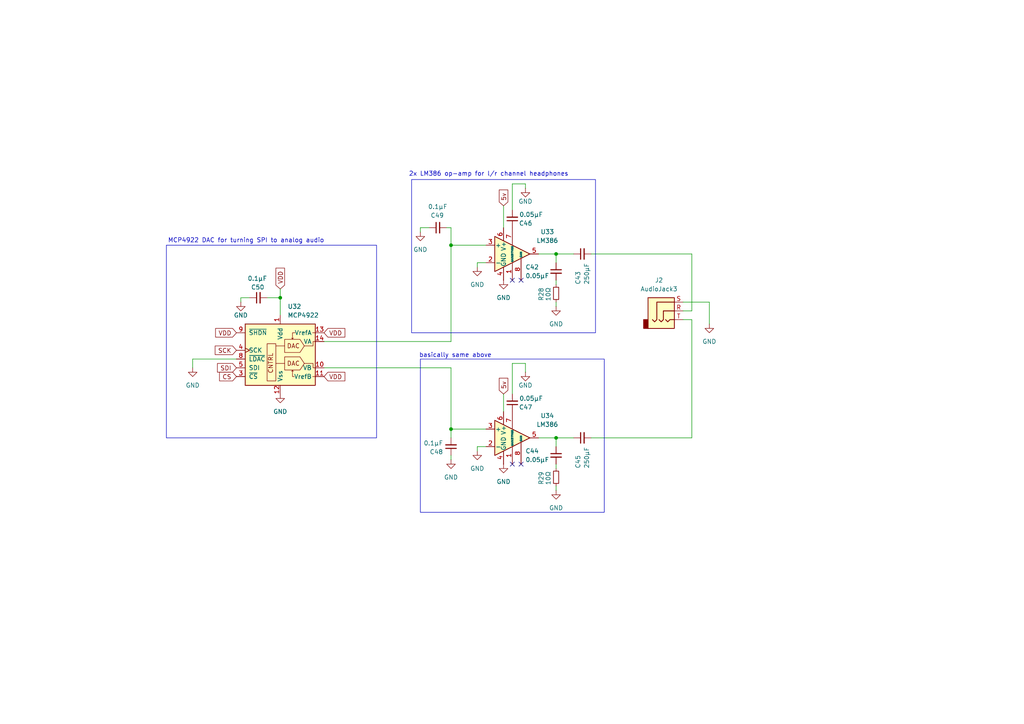
<source format=kicad_sch>
(kicad_sch (version 20250114) (generator "eeschema") (generator_version "9.0")
  (paper "A4")
  (lib_symbols
    (symbol "Amplifier_Audio:LM386" (pin_names (offset 0.127))
      (property "Reference" "U" (at 1.27 7.62 0))
      (property "Value" "LM386" (at 1.27 5.08 0))
      (symbol "LM386_0_1"
        (polyline (pts (xy 5.08 0) (xy -5.08 5.08) (xy -5.08 -5.08) (xy 5.08 0)) (stroke (width 0.254)) (fill (type background)))
      )
      (symbol "LM386_1_1"
        (pin input line (at -7.62 2.54 0) (length 2.54) (name "+") (number "3"))
        (pin input line (at -7.62 -2.54 0) (length 2.54) (name "-") (number "2"))
        (pin power_in line (at -2.54 7.62 270) (length 3.81) (name "V+") (number "6"))
        (pin power_in line (at -2.54 -7.62 90) (length 3.81) (name "GND") (number "4"))
        (pin input line (at 0 7.62 270) (length 5.08) (name "BYPASS") (number "7"))
        (pin input line (at 0 -7.62 90) (length 5.08) (name "GAIN") (number "1"))
        (pin input line (at 2.54 -7.62 90) (length 6.35) (name "GAIN") (number "8"))
        (pin output line (at 7.62 0 180) (length 2.54) (name "~") (number "5"))
      )
    )
    (symbol "Analog_DAC:MCP4922" (pin_names (offset 1.016))
      (property "Reference" "U" (at -1.905 10.795 0))
      (property "Value" "MCP4922" (at -1.905 8.89 0))
      (symbol "MCP4922_0_0"
        (polyline (pts (xy 3.556 3.302) (xy 3.302 3.556)))
        (polyline (pts (xy 3.556 3.302) (xy 3.81 3.556)))
        (polyline (pts (xy 3.556 -5.842) (xy 3.302 -6.096)))
        (polyline (pts (xy 3.556 -5.842) (xy 3.81 -6.096)))
        (polyline (pts (xy 4.064 -7.62) (xy 3.556 -7.62) (xy 3.556 -5.842)))
        (polyline (pts (xy 4.318 5.08) (xy 3.556 5.08) (xy 3.556 3.302)))
        (polyline (pts (xy 6.985 1.27) (xy 9.525 1.27) (xy 9.525 2.54) (xy 10.16 2.54)))
        (polyline (pts (xy 6.985 -3.81) (xy 9.525 -3.81) (xy 9.525 -5.08) (xy 10.16 -5.08)))
        (polyline (pts (xy 10.16 5.08) (xy 9.398 5.08)))
        (polyline (pts (xy 10.16 -7.62) (xy 9.398 -7.62)))
        (text "CNTRL" (at -2.032 -6.731 900) (effects (font (size 1.27 1.27)) (justify left bottom)))
        (text "DAC" (at 3.81 1.27 0) (effects (font (size 1.27 1.27))))
        (text "DAC" (at 3.81 -3.81 0) (effects (font (size 1.27 1.27))))
      )
      (symbol "MCP4922_0_1"
        (rectangle (start -10.16 7.62) (end 10.16 -10.16) (stroke (width 0.254)) (fill (type background)))
        (rectangle (start -1.27 -8.89) (end -3.81 1.905))
        (polyline (pts (xy 1.27 1.27) (xy -1.27 1.27)))
        (polyline (pts (xy 1.27 -3.81) (xy -1.27 -3.81)))
        (polyline (pts (xy 6.985 1.27) (xy 5.715 3.175) (xy 1.27 3.175) (xy 1.27 -0.635) (xy 5.715 -0.635) (xy 6.985 1.27)))
        (polyline (pts (xy 6.985 -3.81) (xy 5.715 -1.905) (xy 1.27 -1.905) (xy 1.27 -5.715) (xy 5.715 -5.715) (xy 6.985 -3.81)))
      )
      (symbol "MCP4922_1_1"
        (pin input line (at -12.7 5.08 0) (length 2.54) (name "~{SHDN}") (number "9"))
        (pin input clock (at -12.7 0 0) (length 2.54) (name "SCK") (number "4"))
        (pin input line (at -12.7 -2.54 0) (length 2.54) (name "~{LDAC}") (number "8"))
        (pin input line (at -12.7 -5.08 0) (length 2.54) (name "SDI") (number "5"))
        (pin input line (at -12.7 -7.62 0) (length 2.54) (name "~{CS}") (number "3"))
        (pin no_connect line (at -7.62 -10.16 90) (length 2.54) (hide yes) (name "NC") (number "2"))
        (pin no_connect line (at -5.08 -10.16 90) (length 2.54) (hide yes) (name "NC") (number "6"))
        (pin no_connect line (at -2.54 -10.16 90) (length 2.54) (hide yes) (name "NC") (number "7"))
        (pin power_in line (at 0 10.16 270) (length 2.54) (name "Vdd") (number "1"))
        (pin power_in line (at 0 -12.7 90) (length 2.54) (name "Vss") (number "12"))
        (pin input line (at 12.7 5.08 180) (length 2.54) (name "VrefA") (number "13"))
        (pin output line (at 12.7 2.54 180) (length 2.54) (name "VA") (number "14"))
        (pin output line (at 12.7 -5.08 180) (length 2.54) (name "VB") (number "10"))
        (pin input line (at 12.7 -7.62 180) (length 2.54) (name "VrefB") (number "11"))
      )
    )
    (symbol "Connector_Audio:AudioJack3"
      (property "Reference" "J" (at 0 8.89 0))
      (property "Value" "AudioJack3" (at 0 6.35 0))
      (symbol "AudioJack3_0_1"
        (rectangle (start -5.08 -5.08) (end -6.35 -2.54) (stroke (width 0.254)) (fill (type outline)))
        (polyline (pts (xy -1.905 -2.54) (xy -1.27 -3.175) (xy -0.635 -2.54) (xy -0.635 0) (xy 2.54 0)) (stroke (width 0.254)))
        (polyline (pts (xy 0 -2.54) (xy 0.635 -3.175) (xy 1.27 -2.54) (xy 2.54 -2.54)) (stroke (width 0.254)))
        (rectangle (start 2.54 3.81) (end -5.08 -5.08) (stroke (width 0.254)) (fill (type background)))
        (polyline (pts (xy 2.54 2.54) (xy -2.54 2.54) (xy -2.54 -2.54) (xy -3.175 -3.175) (xy -3.81 -2.54)) (stroke (width 0.254)))
      )
      (symbol "AudioJack3_1_1"
        (pin passive line (at 5.08 2.54 180) (length 2.54) (name "~") (number "S"))
        (pin passive line (at 5.08 0 180) (length 2.54) (name "~") (number "R"))
        (pin passive line (at 5.08 -2.54 180) (length 2.54) (name "~") (number "T"))
      )
    )
    (symbol "Device:C_Small" (pin_numbers (hide yes)) (pin_names (offset 0.254) (hide yes))
      (property "Reference" "C" (at 0.254 1.778 0))
      (property "Value" "C_Small" (at 0.254 -2.032 0))
      (symbol "C_Small_0_1"
        (polyline (pts (xy -1.524 0.508) (xy 1.524 0.508)) (stroke (width 0.3048)))
        (polyline (pts (xy -1.524 -0.508) (xy 1.524 -0.508)) (stroke (width 0.3302)))
      )
      (symbol "C_Small_1_1"
        (pin passive line (at 0 2.54 270) (length 2.032) (name "~") (number "1"))
        (pin passive line (at 0 -2.54 90) (length 2.032) (name "~") (number "2"))
      )
    )
    (symbol "Device:R_Small" (pin_numbers (hide yes)) (pin_names (offset 0.254) (hide yes))
      (property "Reference" "R" (at 0.762 0.508 0))
      (property "Value" "R_Small" (at 0.762 -1.016 0))
      (symbol "R_Small_0_1"
        (rectangle (start -0.762 1.778) (end 0.762 -1.778) (stroke (width 0.2032)))
      )
      (symbol "R_Small_1_1"
        (pin passive line (at 0 2.54 270) (length 0.762) (name "~") (number "1"))
        (pin passive line (at 0 -2.54 90) (length 0.762) (name "~") (number "2"))
      )
    )
    (symbol "power:GND" (power) (pin_numbers (hide yes)) (pin_names (offset 0) (hide yes))
      (property "Value" "GND" (at 0 -3.81 0))
      (symbol "GND_0_1"
        (polyline (pts (xy 0 0) (xy 0 -1.27) (xy 1.27 -1.27) (xy 0 -2.54) (xy -1.27 -1.27) (xy 0 -1.27)))
      )
      (symbol "GND_1_1"
        (pin power_in line (at 0 0 270) (length 0) (name "~") (number "1"))
      )
    )
  )
  (rectangle (start 119.38 52.07) (end 172.72 96.52))
  (rectangle (start 121.92 104.14) (end 175.26 148.59))
  (rectangle (start 48.26 71.12) (end 109.22 127))
  (text "2x LM386 op-amp for l/r channel headphones" (at 141.732 50.546 0) (effects (font (size 1.27 1.27))))
  (text "MCP4922 DAC for turning SPI to analog audio" (at 71.374 69.85 0) (effects (font (size 1.27 1.27))))
  (text "basically same above\n" (at 132.08 103.124 0) (effects (font (size 1.27 1.27))))
  (junction (at 130.81 124.46))
  (junction (at 130.81 71.12))
  (junction (at 81.28 86.36))
  (junction (at 161.29 73.66))
  (junction (at 161.29 127))
  (no_connect (at 151.13 81.28))
  (no_connect (at 148.59 134.62))
  (no_connect (at 148.59 81.28))
  (no_connect (at 151.13 134.62))
  (wire (pts (xy 146.05 114.3) (xy 146.05 119.38)))
  (wire (pts (xy 69.85 87.63) (xy 69.85 86.36)))
  (wire (pts (xy 161.29 73.66) (xy 161.29 76.2)))
  (wire (pts (xy 130.81 133.35) (xy 130.81 132.08)))
  (wire (pts (xy 148.59 60.96) (xy 148.59 53.34)))
  (wire (pts (xy 130.81 71.12) (xy 140.97 71.12)))
  (wire (pts (xy 130.81 106.68) (xy 130.81 124.46)))
  (wire (pts (xy 152.4 105.41) (xy 152.4 107.95)))
  (wire (pts (xy 129.54 66.04) (xy 130.81 66.04)))
  (wire (pts (xy 69.85 86.36) (xy 72.39 86.36)))
  (wire (pts (xy 148.59 53.34) (xy 152.4 53.34)))
  (wire (pts (xy 121.92 67.31) (xy 121.92 66.04)))
  (wire (pts (xy 200.66 73.66) (xy 200.66 90.17)))
  (wire (pts (xy 152.4 53.34) (xy 152.4 54.61)))
  (wire (pts (xy 81.28 86.36) (xy 81.28 91.44)))
  (wire (pts (xy 161.29 127) (xy 166.37 127)))
  (wire (pts (xy 198.12 87.63) (xy 205.74 87.63)))
  (wire (pts (xy 55.88 106.68) (xy 55.88 104.14)))
  (wire (pts (xy 138.43 77.47) (xy 138.43 76.2)))
  (wire (pts (xy 200.66 92.71) (xy 198.12 92.71)))
  (wire (pts (xy 161.29 142.24) (xy 161.29 140.97)))
  (wire (pts (xy 138.43 129.54) (xy 140.97 129.54)))
  (wire (pts (xy 146.05 59.69) (xy 146.05 66.04)))
  (wire (pts (xy 81.28 83.82) (xy 81.28 86.36)))
  (wire (pts (xy 130.81 124.46) (xy 130.81 127)))
  (wire (pts (xy 161.29 88.9) (xy 161.29 87.63)))
  (wire (pts (xy 55.88 104.14) (xy 68.58 104.14)))
  (wire (pts (xy 200.66 90.17) (xy 198.12 90.17)))
  (wire (pts (xy 161.29 134.62) (xy 161.29 135.89)))
  (wire (pts (xy 148.59 105.41) (xy 152.4 105.41)))
  (wire (pts (xy 148.59 114.3) (xy 148.59 105.41)))
  (wire (pts (xy 161.29 81.28) (xy 161.29 82.55)))
  (wire (pts (xy 171.45 73.66) (xy 200.66 73.66)))
  (wire (pts (xy 77.47 86.36) (xy 81.28 86.36)))
  (wire (pts (xy 93.98 106.68) (xy 130.81 106.68)))
  (wire (pts (xy 130.81 124.46) (xy 140.97 124.46)))
  (wire (pts (xy 93.98 99.06) (xy 130.81 99.06)))
  (wire (pts (xy 130.81 66.04) (xy 130.81 71.12)))
  (wire (pts (xy 171.45 127) (xy 200.66 127)))
  (wire (pts (xy 156.21 73.66) (xy 161.29 73.66)))
  (wire (pts (xy 156.21 127) (xy 161.29 127)))
  (wire (pts (xy 161.29 73.66) (xy 166.37 73.66)))
  (wire (pts (xy 130.81 71.12) (xy 130.81 99.06)))
  (wire (pts (xy 138.43 130.81) (xy 138.43 129.54)))
  (wire (pts (xy 121.92 66.04) (xy 124.46 66.04)))
  (wire (pts (xy 205.74 87.63) (xy 205.74 93.98)))
  (wire (pts (xy 161.29 127) (xy 161.29 129.54)))
  (wire (pts (xy 200.66 127) (xy 200.66 92.71)))
  (wire (pts (xy 138.43 76.2) (xy 140.97 76.2)))
  (global_label "SCK" (shape input) (at 68.58 101.6 180) (property "Intersheetrefs" "${INTERSHEET_REFS}" (effects (hide yes))))
  (global_label "VDD" (shape input) (at 81.28 83.82 90) (property "Intersheetrefs" "${INTERSHEET_REFS}" (effects (hide yes))))
  (global_label "5v" (shape input) (at 146.05 114.3 90) (property "Intersheetrefs" "${INTERSHEET_REFS}" (effects (hide yes))))
  (global_label "SDI" (shape input) (at 68.58 106.68 180) (property "Intersheetrefs" "${INTERSHEET_REFS}" (effects (hide yes))))
  (global_label "VDD" (shape input) (at 93.98 96.52 0) (property "Intersheetrefs" "${INTERSHEET_REFS}" (effects (hide yes))))
  (global_label "5v" (shape input) (at 146.05 59.69 90) (property "Intersheetrefs" "${INTERSHEET_REFS}" (effects (hide yes))))
  (global_label "VDD" (shape input) (at 93.98 109.22 0) (property "Intersheetrefs" "${INTERSHEET_REFS}" (effects (hide yes))))
  (global_label "CS" (shape input) (at 68.58 109.22 180) (property "Intersheetrefs" "${INTERSHEET_REFS}" (effects (hide yes))))
  (global_label "VDD" (shape input) (at 68.58 96.52 180) (property "Intersheetrefs" "${INTERSHEET_REFS}" (effects (hide yes))))
  (symbol (lib_id "Device:C_Small") (at 74.93 86.36 90) (unit 1)
    (property "Reference" "C50" (at 76.708 83.312 90) (effects (justify left)))
    (property "Value" "0.1μF" (at 77.47 80.772 90) (effects (justify left)))
    (property "Footprint" "Capacitor_SMD:C_0805_2012Metric" (effects (hide yes)))
    (property "Description" "Unpolarized capacitor, small symbol" (effects (hide yes)))
  )
  (symbol (lib_id "power:GND") (at 146.05 134.62 0) (unit 1)
    (property "Reference" "#PWR048" (effects (hide yes)))
    (property "Value" "GND" (at 146.05 139.7 0))
    (property "Description" "Power symbol creates a global label with name \"GND\" , ground" (effects (hide yes)))
  )
  (symbol (lib_id "Connector_Audio:AudioJack3") (at 193.04 90.17 0) (unit 1)
    (property "Reference" "J2" (at 191.135 81.28 0))
    (property "Value" "AudioJack3" (at 191.135 83.82 0))
    (property "Footprint" "Connector_Audio:Jack_3.5mm_CUI_SJ1-3523N_Horizontal" (effects (hide yes)))
    (property "Description" "Audio Jack, 3 Poles (Stereo / TRS)" (effects (hide yes)))
  )
  (symbol (lib_id "Device:C_Small") (at 168.91 127 90) (unit 1)
    (property "Reference" "C45" (at 167.64 135.89 0) (effects (justify left)))
    (property "Value" "250μF" (at 170.18 135.89 0) (effects (justify left)))
    (property "Footprint" "Capacitor_SMD:C_0805_2012Metric" (effects (hide yes)))
    (property "Description" "Unpolarized capacitor, small symbol" (effects (hide yes)))
  )
  (symbol (lib_id "Device:C_Small") (at 148.59 116.84 180) (unit 1)
    (property "Reference" "C47" (at 154.432 118.11 0) (effects (justify left)))
    (property "Value" "0.05μF" (at 157.48 115.57 0) (effects (justify left)))
    (property "Footprint" "Capacitor_SMD:C_0805_2012Metric" (effects (hide yes)))
    (property "Description" "Unpolarized capacitor, small symbol" (effects (hide yes)))
  )
  (symbol (lib_id "Device:C_Small") (at 161.29 78.74 0) (unit 1)
    (property "Reference" "C42" (at 152.4 77.47 0) (effects (justify left)))
    (property "Value" "0.05μF" (at 152.4 80.01 0) (effects (justify left)))
    (property "Footprint" "Capacitor_SMD:C_0805_2012Metric" (effects (hide yes)))
    (property "Description" "Unpolarized capacitor, small symbol" (effects (hide yes)))
  )
  (symbol (lib_id "power:GND") (at 161.29 88.9 0) (unit 1)
    (property "Reference" "#PWR060" (effects (hide yes)))
    (property "Value" "GND" (at 161.29 93.98 0))
    (property "Description" "Power symbol creates a global label with name \"GND\" , ground" (effects (hide yes)))
  )
  (symbol (lib_id "Analog_DAC:MCP4922") (at 81.28 101.6 0) (unit 1)
    (property "Reference" "U32" (at 83.4233 88.9 0) (effects (justify left)))
    (property "Value" "MCP4922" (at 83.4233 91.44 0) (effects (justify left)))
    (property "Footprint" "Package_SO:SOIC-14_3.9x8.7mm_P1.27mm" (effects (hide yes)))
    (property "Datasheet" "http://ww1.microchip.com/downloads/en/DeviceDoc/22250A.pdf" (effects (hide yes)))
    (property "Description" "2-Channel 12-Bit D/A Converters with SPI Interface" (effects (hide yes)))
  )
  (symbol (lib_id "Device:C_Small") (at 168.91 73.66 90) (unit 1)
    (property "Reference" "C43" (at 167.64 82.55 0) (effects (justify left)))
    (property "Value" "250μF" (at 170.18 82.55 0) (effects (justify left)))
    (property "Footprint" "Capacitor_SMD:C_0805_2012Metric" (effects (hide yes)))
    (property "Description" "Unpolarized capacitor, small symbol" (effects (hide yes)))
  )
  (symbol (lib_id "Device:C_Small") (at 161.29 132.08 0) (unit 1)
    (property "Reference" "C44" (at 152.4 130.81 0) (effects (justify left)))
    (property "Value" "0.05μF" (at 152.4 133.35 0) (effects (justify left)))
    (property "Footprint" "Capacitor_SMD:C_0805_2012Metric" (effects (hide yes)))
    (property "Description" "Unpolarized capacitor, small symbol" (effects (hide yes)))
  )
  (symbol (lib_id "Device:C_Small") (at 127 66.04 90) (unit 1)
    (property "Reference" "C49" (at 128.778 62.484 90) (effects (justify left)))
    (property "Value" "0.1μF" (at 129.794 59.944 90) (effects (justify left)))
    (property "Footprint" "Capacitor_SMD:C_0805_2012Metric" (effects (hide yes)))
    (property "Description" "Unpolarized capacitor, small symbol" (effects (hide yes)))
  )
  (symbol (lib_id "power:GND") (at 161.29 142.24 0) (unit 1)
    (property "Reference" "#PWR055" (effects (hide yes)))
    (property "Value" "GND" (at 161.29 147.32 0))
    (property "Description" "Power symbol creates a global label with name \"GND\" , ground" (effects (hide yes)))
  )
  (symbol (lib_id "power:GND") (at 146.05 81.28 0) (unit 1)
    (property "Reference" "#PWR049" (effects (hide yes)))
    (property "Value" "GND" (at 146.05 86.36 0))
    (property "Description" "Power symbol creates a global label with name \"GND\" , ground" (effects (hide yes)))
  )
  (symbol (lib_id "power:GND") (at 55.88 106.68 0) (unit 1)
    (property "Reference" "#PWR066" (effects (hide yes)))
    (property "Value" "GND" (at 55.88 111.76 0))
    (property "Description" "Power symbol creates a global label with name \"GND\" , ground" (effects (hide yes)))
  )
  (symbol (lib_id "power:GND") (at 205.74 93.98 0) (unit 1)
    (property "Reference" "#PWR054" (effects (hide yes)))
    (property "Value" "GND" (at 205.74 99.06 0))
    (property "Description" "Power symbol creates a global label with name \"GND\" , ground" (effects (hide yes)))
  )
  (symbol (lib_id "power:GND") (at 121.92 67.31 0) (unit 1)
    (property "Reference" "#PWR068" (effects (hide yes)))
    (property "Value" "GND" (at 121.92 72.39 0))
    (property "Description" "Power symbol creates a global label with name \"GND\" , ground" (effects (hide yes)))
  )
  (symbol (lib_id "Amplifier_Audio:LM386") (at 148.59 73.66 0) (unit 1)
    (property "Reference" "U33" (at 158.75 67.2398 0))
    (property "Value" "LM386" (at 158.75 69.7798 0))
    (property "Footprint" "Package_DIP:DIP-8_W7.62mm" (effects (hide yes)))
    (property "Datasheet" "http://www.ti.com/lit/ds/symlink/lm386.pdf" (effects (hide yes)))
    (property "Description" "Low Voltage Audio Power Amplifier, DIP-8/SOIC-8/SSOP-8" (effects (hide yes)))
  )
  (symbol (lib_id "Device:C_Small") (at 130.81 129.54 180) (unit 1)
    (property "Reference" "C48" (at 128.524 131.064 0) (effects (justify left)))
    (property "Value" "0.1μF" (at 128.524 128.524 0) (effects (justify left)))
    (property "Footprint" "Capacitor_SMD:C_0805_2012Metric" (effects (hide yes)))
    (property "Description" "Unpolarized capacitor, small symbol" (effects (hide yes)))
  )
  (symbol (lib_id "Device:R_Small") (at 161.29 85.09 180) (unit 1)
    (property "Reference" "R28" (at 156.972 85.344 90))
    (property "Value" "10Ω" (at 159.004 85.344 90))
    (property "Footprint" "Resistor_SMD:R_0805_2012Metric" (effects (hide yes)))
    (property "Description" "Resistor, small symbol" (effects (hide yes)))
  )
  (symbol (lib_id "power:GND") (at 152.4 107.95 0) (unit 1)
    (property "Reference" "#PWR065" (effects (hide yes)))
    (property "Value" "GND" (at 152.4 111.76 0))
    (property "Description" "Power symbol creates a global label with name \"GND\" , ground" (effects (hide yes)))
  )
  (symbol (lib_id "Amplifier_Audio:LM386") (at 148.59 127 0) (unit 1)
    (property "Reference" "U34" (at 158.75 120.5798 0))
    (property "Value" "LM386" (at 158.75 123.1198 0))
    (property "Footprint" "Package_DIP:DIP-8_W7.62mm" (effects (hide yes)))
    (property "Datasheet" "http://www.ti.com/lit/ds/symlink/lm386.pdf" (effects (hide yes)))
    (property "Description" "Low Voltage Audio Power Amplifier, DIP-8/SOIC-8/SSOP-8" (effects (hide yes)))
  )
  (symbol (lib_id "Device:C_Small") (at 148.59 63.5 180) (unit 1)
    (property "Reference" "C46" (at 154.432 64.77 0) (effects (justify left)))
    (property "Value" "0.05μF" (at 157.48 62.23 0) (effects (justify left)))
    (property "Footprint" "Capacitor_SMD:C_0805_2012Metric" (effects (hide yes)))
    (property "Description" "Unpolarized capacitor, small symbol" (effects (hide yes)))
  )
  (symbol (lib_id "power:GND") (at 69.85 87.63 0) (unit 1)
    (property "Reference" "#PWR069" (effects (hide yes)))
    (property "Value" "GND" (at 69.85 91.44 0))
    (property "Description" "Power symbol creates a global label with name \"GND\" , ground" (effects (hide yes)))
  )
  (symbol (lib_id "power:GND") (at 138.43 130.81 0) (unit 1)
    (property "Reference" "#PWR061" (effects (hide yes)))
    (property "Value" "GND" (at 138.43 135.89 0))
    (property "Description" "Power symbol creates a global label with name \"GND\" , ground" (effects (hide yes)))
  )
  (symbol (lib_id "power:GND") (at 152.4 54.61 0) (unit 1)
    (property "Reference" "#PWR064" (effects (hide yes)))
    (property "Value" "GND" (at 152.4 58.42 0))
    (property "Description" "Power symbol creates a global label with name \"GND\" , ground" (effects (hide yes)))
  )
  (symbol (lib_id "power:GND") (at 130.81 133.35 0) (unit 1)
    (property "Reference" "#PWR067" (effects (hide yes)))
    (property "Value" "GND" (at 130.81 138.43 0))
    (property "Description" "Power symbol creates a global label with name \"GND\" , ground" (effects (hide yes)))
  )
  (symbol (lib_id "power:GND") (at 81.28 114.3 0) (unit 1)
    (property "Reference" "#PWR043" (effects (hide yes)))
    (property "Value" "GND" (at 81.28 119.38 0))
    (property "Description" "Power symbol creates a global label with name \"GND\" , ground" (effects (hide yes)))
  )
  (symbol (lib_id "Device:R_Small") (at 161.29 138.43 180) (unit 1)
    (property "Reference" "R29" (at 156.972 138.684 90))
    (property "Value" "10Ω" (at 159.004 138.684 90))
    (property "Footprint" "Resistor_SMD:R_0805_2012Metric" (effects (hide yes)))
    (property "Description" "Resistor, small symbol" (effects (hide yes)))
  )
  (symbol (lib_id "power:GND") (at 138.43 77.47 0) (unit 1)
    (property "Reference" "#PWR063" (effects (hide yes)))
    (property "Value" "GND" (at 138.43 82.55 0))
    (property "Description" "Power symbol creates a global label with name \"GND\" , ground" (effects (hide yes)))
  )
)
</source>
